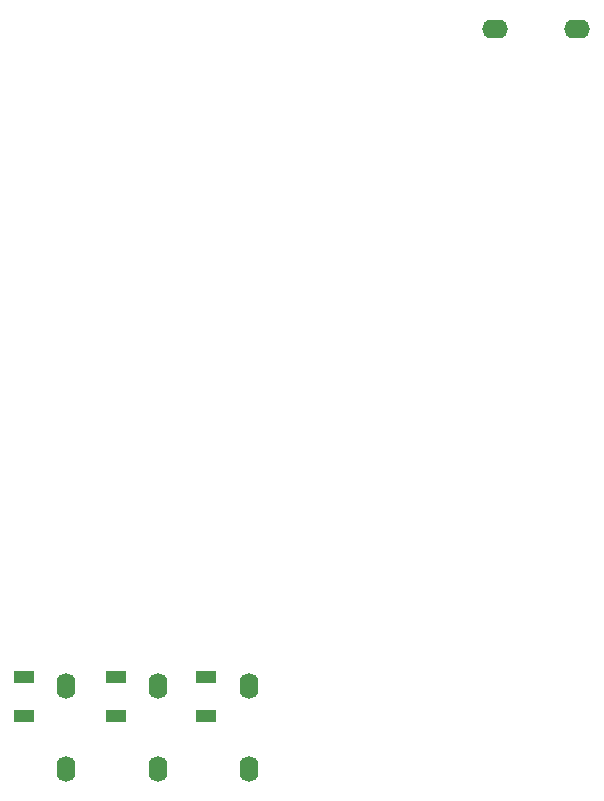
<source format=gbr>
G04*
G04 #@! TF.GenerationSoftware,Altium Limited,Altium Designer,24.2.2 (26)*
G04*
G04 Layer_Color=8421504*
%FSLAX44Y44*%
%MOMM*%
G71*
G04*
G04 #@! TF.SameCoordinates,78B911D5-5985-4408-A007-20F9D0B7CA3B*
G04*
G04*
G04 #@! TF.FilePolarity,Positive*
G04*
G01*
G75*
%ADD14R,1.7000X1.0500*%
%ADD15O,2.2000X1.6000*%
%ADD16O,1.6000X2.2000*%
D14*
X222250Y84570D02*
D03*
Y118070D02*
D03*
X68580Y84570D02*
D03*
Y118070D02*
D03*
X146050Y84570D02*
D03*
Y118070D02*
D03*
D15*
X536650Y666750D02*
D03*
X466650D02*
D03*
D16*
X259080Y39930D02*
D03*
Y109930D02*
D03*
X181610Y39930D02*
D03*
Y109930D02*
D03*
X104140Y39930D02*
D03*
Y109930D02*
D03*
M02*

</source>
